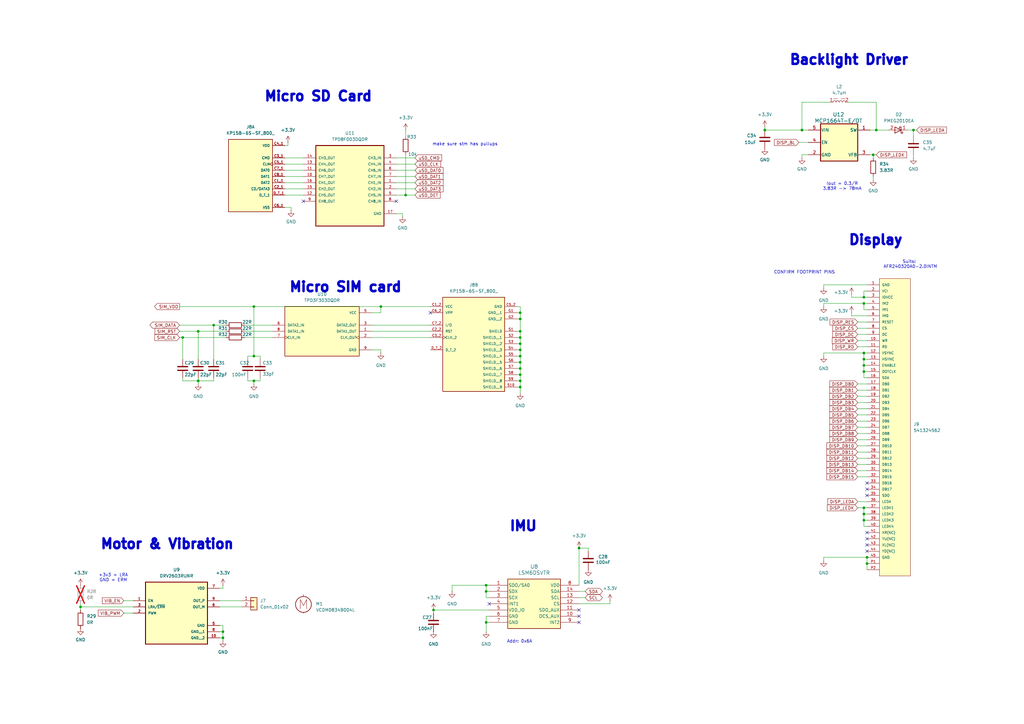
<source format=kicad_sch>
(kicad_sch (version 20250114) (generator "eeschema") (generator_version "9.0")
  (paper "A3")
  (title_block (title "Power System") (company "The University of Queensland"))
  (text "Motor & Vibration\n" (at 68.58 223.266 0) (effects (font (size 4 4) (thickness 1) (bold yes))))
  (text "Display" (at 359.156 98.552 0) (effects (font (size 4 4) (thickness 1) (bold yes))))
  (text "Suits: \nAFR240320A0-2.0INTM" (at 373.38 108.458 0) (effects (font (size 1.27 1.27))))
  (text "IMU\n" (at 214.63 215.9 0) (effects (font (size 4 4) (thickness 1) (bold yes))))
  (text "Backlight Driver\n" (at 348.234 24.638 0) (effects (font (size 4 4) (thickness 1) (bold yes))))
  (text "make sure stm has pullups\n" (at 190.754 59.182 0) (effects (font (size 1.27 1.27))))
  (text "Micro SIM card" (at 141.732 117.856 0) (effects (font (size 4 4) (thickness 1) (bold yes))))
  (text "CONFIRM FOOTPRINT PINS\n" (at 329.946 111.76 0) (effects (font (size 1.27 1.27))))
  (text "Micro SD Card" (at 130.556 39.624 0) (effects (font (size 4 4) (thickness 1) (bold yes))))
  (text "Iout = 0.3/R\n3.83R -> 78mA" (at 345.44 76.454 0) (effects (font (size 1.27 1.27))))
  (text "+3v3 = LRA\nGND = ERM\n" (exclude_from_sim yes) (at 46.482 236.982 0) (effects (font (size 1.27 1.27))))
  (text "Addr: 0x6A\n" (at 213.106 263.144 0) (effects (font (size 1.27 1.27))))
  (junction (at 354.33 144.78))
  (junction (at 199.39 242.57))
  (junction (at 354.33 152.4))
  (junction (at 213.36 135.89))
  (junction (at 199.39 255.27))
  (junction (at 354.33 121.92))
  (junction (at 177.8 250.19))
  (junction (at 354.33 149.86))
  (junction (at 87.63 133.35))
  (junction (at 81.28 156.21))
  (junction (at 213.36 146.05))
  (junction (at 213.36 148.59))
  (junction (at 354.33 208.28))
  (junction (at 374.65 53.34))
  (junction (at 355.6 228.6))
  (junction (at 358.14 63.5))
  (junction (at 213.36 128.27))
  (junction (at 359.41 53.34))
  (junction (at 213.36 140.97))
  (junction (at 81.28 135.89))
  (junction (at 213.36 158.75))
  (junction (at 328.93 53.34))
  (junction (at 354.33 147.32))
  (junction (at 156.21 125.73))
  (junction (at 213.36 143.51))
  (junction (at 199.39 240.03))
  (junction (at 91.44 261.62))
  (junction (at 313.69 53.34))
  (junction (at 354.33 124.46))
  (junction (at 213.36 151.13))
  (junction (at 354.33 210.82))
  (junction (at 74.93 138.43))
  (junction (at 213.36 130.81))
  (junction (at 237.49 224.79))
  (junction (at 213.36 153.67))
  (junction (at 104.14 125.73))
  (junction (at 355.6 231.14))
  (junction (at 354.33 213.36))
  (junction (at 91.44 259.08))
  (junction (at 104.14 156.21))
  (junction (at 213.36 138.43))
  (junction (at 213.36 156.21))
  (junction (at 104.14 146.05))
  (junction (at 33.02 248.92))
  (junction (at 166.37 80.01))
  (no_connect (at 237.49 250.19))
  (no_connect (at 237.49 255.27))
  (no_connect (at 162.56 82.55))
  (no_connect (at 355.6 220.98))
  (no_connect (at 355.6 200.66))
  (no_connect (at 200.66 247.65))
  (no_connect (at 355.6 198.12))
  (no_connect (at 355.6 226.06))
  (no_connect (at 355.6 203.2))
  (no_connect (at 355.6 223.52))
  (no_connect (at 355.6 218.44))
  (no_connect (at 176.53 128.27))
  (no_connect (at 237.49 252.73))
  (no_connect (at 124.46 82.55))
  (wire (pts (xy 358.14 73.66) (xy 358.14 72.39)))
  (wire (pts (xy 354.33 215.9) (xy 354.33 213.36)))
  (wire (pts (xy 354.33 213.36) (xy 354.33 210.82)))
  (wire (pts (xy 104.14 146.05) (xy 101.6 146.05)))
  (wire (pts (xy 185.42 240.03) (xy 199.39 240.03)))
  (wire (pts (xy 355.6 147.32) (xy 354.33 147.32)))
  (wire (pts (xy 212.09 156.21) (xy 213.36 156.21)))
  (wire (pts (xy 73.66 135.89) (xy 81.28 135.89)))
  (wire (pts (xy 116.84 67.31) (xy 124.46 67.31)))
  (wire (pts (xy 213.36 138.43) (xy 213.36 140.97)))
  (wire (pts (xy 237.49 245.11) (xy 240.03 245.11)))
  (wire (pts (xy 351.79 175.26) (xy 355.6 175.26)))
  (wire (pts (xy 162.56 72.39) (xy 170.18 72.39)))
  (wire (pts (xy 106.68 146.05) (xy 104.14 146.05)))
  (wire (pts (xy 351.79 195.58) (xy 355.6 195.58)))
  (wire (pts (xy 374.65 53.34) (xy 372.11 53.34)))
  (wire (pts (xy 99.06 248.92) (xy 90.17 248.92)))
  (wire (pts (xy 212.09 151.13) (xy 213.36 151.13)))
  (wire (pts (xy 212.09 130.81) (xy 213.36 130.81)))
  (wire (pts (xy 351.79 137.16) (xy 355.6 137.16)))
  (wire (pts (xy 81.28 135.89) (xy 81.28 147.32)))
  (wire (pts (xy 351.79 134.62) (xy 355.6 134.62)))
  (wire (pts (xy 355.6 215.9) (xy 354.33 215.9)))
  (wire (pts (xy 91.44 256.54) (xy 91.44 259.08)))
  (wire (pts (xy 213.36 140.97) (xy 213.36 143.51)))
  (wire (pts (xy 358.14 63.5) (xy 359.41 63.5)))
  (wire (pts (xy 199.39 242.57) (xy 199.39 240.03)))
  (wire (pts (xy 337.82 124.46) (xy 337.82 125.73)))
  (wire (pts (xy 374.65 53.34) (xy 374.65 55.88)))
  (wire (pts (xy 90.17 259.08) (xy 91.44 259.08)))
  (wire (pts (xy 213.36 148.59) (xy 213.36 151.13)))
  (wire (pts (xy 355.6 119.38) (xy 354.33 119.38)))
  (wire (pts (xy 90.17 241.3) (xy 91.44 241.3)))
  (wire (pts (xy 355.6 231.14) (xy 355.6 233.68)))
  (wire (pts (xy 213.36 156.21) (xy 213.36 158.75)))
  (wire (pts (xy 50.8 246.38) (xy 54.61 246.38)))
  (wire (pts (xy 337.82 144.78) (xy 337.82 146.05)))
  (wire (pts (xy 355.6 116.84) (xy 337.82 116.84)))
  (wire (pts (xy 116.84 77.47) (xy 124.46 77.47)))
  (wire (pts (xy 359.41 53.34) (xy 364.49 53.34)))
  (wire (pts (xy 212.09 158.75) (xy 213.36 158.75)))
  (wire (pts (xy 33.02 248.92) (xy 33.02 250.19)))
  (wire (pts (xy 354.33 149.86) (xy 354.33 147.32)))
  (wire (pts (xy 200.66 245.11) (xy 199.39 245.11)))
  (wire (pts (xy 349.25 129.54) (xy 349.25 128.27)))
  (wire (pts (xy 74.93 138.43) (xy 74.93 147.32)))
  (wire (pts (xy 87.63 133.35) (xy 92.71 133.35)))
  (wire (pts (xy 91.44 241.3) (xy 91.44 240.03)))
  (wire (pts (xy 213.36 125.73) (xy 213.36 128.27)))
  (wire (pts (xy 156.21 143.51) (xy 152.4 143.51)))
  (wire (pts (xy 354.33 127) (xy 355.6 127)))
  (wire (pts (xy 354.33 210.82) (xy 355.6 210.82)))
  (wire (pts (xy 116.84 72.39) (xy 124.46 72.39)))
  (wire (pts (xy 351.79 187.96) (xy 355.6 187.96)))
  (wire (pts (xy 327.66 58.42) (xy 331.47 58.42)))
  (wire (pts (xy 152.4 135.89) (xy 176.53 135.89)))
  (wire (pts (xy 213.36 130.81) (xy 213.36 135.89)))
  (wire (pts (xy 337.82 228.6) (xy 337.82 229.87)))
  (wire (pts (xy 359.41 41.91) (xy 359.41 53.34)))
  (wire (pts (xy 199.39 255.27) (xy 200.66 255.27)))
  (wire (pts (xy 81.28 157.48) (xy 81.28 156.21)))
  (wire (pts (xy 162.56 64.77) (xy 170.18 64.77)))
  (wire (pts (xy 152.4 133.35) (xy 176.53 133.35)))
  (wire (pts (xy 100.33 133.35) (xy 111.76 133.35)))
  (wire (pts (xy 354.33 154.94) (xy 354.33 152.4)))
  (wire (pts (xy 87.63 154.94) (xy 87.63 156.21)))
  (wire (pts (xy 354.33 119.38) (xy 354.33 121.92)))
  (wire (pts (xy 177.8 250.19) (xy 200.66 250.19)))
  (wire (pts (xy 156.21 144.78) (xy 156.21 143.51)))
  (wire (pts (xy 351.79 170.18) (xy 355.6 170.18)))
  (wire (pts (xy 241.3 224.79) (xy 241.3 226.06)))
  (wire (pts (xy 351.79 139.7) (xy 355.6 139.7)))
  (wire (pts (xy 351.79 160.02) (xy 355.6 160.02)))
  (wire (pts (xy 73.66 133.35) (xy 87.63 133.35)))
  (wire (pts (xy 106.68 156.21) (xy 104.14 156.21)))
  (wire (pts (xy 358.14 64.77) (xy 358.14 63.5)))
  (wire (pts (xy 212.09 135.89) (xy 213.36 135.89)))
  (wire (pts (xy 81.28 156.21) (xy 81.28 154.94)))
  (wire (pts (xy 199.39 259.08) (xy 199.39 255.27)))
  (wire (pts (xy 156.21 125.73) (xy 176.53 125.73)))
  (wire (pts (xy 100.33 135.89) (xy 111.76 135.89)))
  (wire (pts (xy 355.6 213.36) (xy 354.33 213.36)))
  (wire (pts (xy 87.63 133.35) (xy 87.63 147.32)))
  (wire (pts (xy 313.69 53.34) (xy 313.69 52.07)))
  (wire (pts (xy 351.79 132.08) (xy 355.6 132.08)))
  (wire (pts (xy 118.11 58.42) (xy 118.11 59.69)))
  (wire (pts (xy 73.66 125.73) (xy 104.14 125.73)))
  (wire (pts (xy 340.36 41.91) (xy 328.93 41.91)))
  (wire (pts (xy 90.17 256.54) (xy 91.44 256.54)))
  (wire (pts (xy 152.4 128.27) (xy 156.21 128.27)))
  (wire (pts (xy 354.33 144.78) (xy 337.82 144.78)))
  (wire (pts (xy 104.14 125.73) (xy 104.14 146.05)))
  (wire (pts (xy 165.1 87.63) (xy 165.1 88.9)))
  (wire (pts (xy 166.37 53.34) (xy 166.37 55.88)))
  (wire (pts (xy 356.87 53.34) (xy 359.41 53.34)))
  (wire (pts (xy 351.79 193.04) (xy 355.6 193.04)))
  (wire (pts (xy 328.93 53.34) (xy 313.69 53.34)))
  (wire (pts (xy 166.37 63.5) (xy 166.37 80.01)))
  (wire (pts (xy 74.93 156.21) (xy 81.28 156.21)))
  (wire (pts (xy 351.79 142.24) (xy 355.6 142.24)))
  (wire (pts (xy 106.68 147.32) (xy 106.68 146.05)))
  (wire (pts (xy 200.66 242.57) (xy 199.39 242.57)))
  (wire (pts (xy 354.33 121.92) (xy 349.25 121.92)))
  (wire (pts (xy 162.56 77.47) (xy 170.18 77.47)))
  (wire (pts (xy 162.56 74.93) (xy 170.18 74.93)))
  (wire (pts (xy 162.56 69.85) (xy 170.18 69.85)))
  (wire (pts (xy 74.93 138.43) (xy 92.71 138.43)))
  (wire (pts (xy 152.4 138.43) (xy 176.53 138.43)))
  (wire (pts (xy 237.49 224.79) (xy 237.49 240.03)))
  (wire (pts (xy 212.09 125.73) (xy 213.36 125.73)))
  (wire (pts (xy 354.33 124.46) (xy 354.33 127)))
  (wire (pts (xy 74.93 154.94) (xy 74.93 156.21)))
  (wire (pts (xy 328.93 64.77) (xy 328.93 63.5)))
  (wire (pts (xy 351.79 185.42) (xy 355.6 185.42)))
  (wire (pts (xy 213.36 151.13) (xy 213.36 153.67)))
  (wire (pts (xy 351.79 172.72) (xy 355.6 172.72)))
  (wire (pts (xy 118.11 59.69) (xy 116.84 59.69)))
  (wire (pts (xy 351.79 165.1) (xy 355.6 165.1)))
  (wire (pts (xy 213.36 143.51) (xy 213.36 146.05)))
  (wire (pts (xy 162.56 80.01) (xy 166.37 80.01)))
  (wire (pts (xy 104.14 125.73) (xy 156.21 125.73)))
  (wire (pts (xy 99.06 246.38) (xy 90.17 246.38)))
  (wire (pts (xy 212.09 128.27) (xy 213.36 128.27)))
  (wire (pts (xy 200.66 240.03) (xy 199.39 240.03)))
  (wire (pts (xy 347.98 41.91) (xy 359.41 41.91)))
  (wire (pts (xy 199.39 252.73) (xy 199.39 255.27)))
  (wire (pts (xy 328.93 41.91) (xy 328.93 53.34)))
  (wire (pts (xy 354.33 144.78) (xy 354.33 147.32)))
  (wire (pts (xy 355.6 152.4) (xy 354.33 152.4)))
  (wire (pts (xy 104.14 157.48) (xy 104.14 156.21)))
  (wire (pts (xy 374.65 53.34) (xy 375.92 53.34)))
  (wire (pts (xy 73.66 138.43) (xy 74.93 138.43)))
  (wire (pts (xy 213.36 135.89) (xy 213.36 138.43)))
  (wire (pts (xy 91.44 261.62) (xy 90.17 261.62)))
  (wire (pts (xy 213.36 143.51) (xy 212.09 143.51)))
  (wire (pts (xy 337.82 124.46) (xy 354.33 124.46)))
  (wire (pts (xy 237.49 242.57) (xy 240.03 242.57)))
  (wire (pts (xy 213.36 153.67) (xy 213.36 156.21)))
  (wire (pts (xy 200.66 252.73) (xy 199.39 252.73)))
  (wire (pts (xy 351.79 162.56) (xy 355.6 162.56)))
  (wire (pts (xy 91.44 262.89) (xy 91.44 261.62)))
  (wire (pts (xy 355.6 228.6) (xy 337.82 228.6)))
  (wire (pts (xy 212.09 148.59) (xy 213.36 148.59)))
  (wire (pts (xy 212.09 140.97) (xy 213.36 140.97)))
  (wire (pts (xy 212.09 153.67) (xy 213.36 153.67)))
  (wire (pts (xy 237.49 224.79) (xy 241.3 224.79)))
  (wire (pts (xy 250.19 247.65) (xy 250.19 246.38)))
  (wire (pts (xy 50.8 251.46) (xy 54.61 251.46)))
  (wire (pts (xy 351.79 190.5) (xy 355.6 190.5)))
  (wire (pts (xy 106.68 156.21) (xy 106.68 154.94)))
  (wire (pts (xy 33.02 248.92) (xy 54.61 248.92)))
  (wire (pts (xy 351.79 208.28) (xy 354.33 208.28)))
  (wire (pts (xy 351.79 167.64) (xy 355.6 167.64)))
  (wire (pts (xy 213.36 128.27) (xy 213.36 130.81)))
  (wire (pts (xy 162.56 87.63) (xy 165.1 87.63)))
  (wire (pts (xy 177.8 250.19) (xy 177.8 251.46)))
  (wire (pts (xy 354.33 149.86) (xy 355.6 149.86)))
  (wire (pts (xy 237.49 247.65) (xy 250.19 247.65)))
  (wire (pts (xy 91.44 259.08) (xy 91.44 261.62)))
  (wire (pts (xy 212.09 146.05) (xy 213.36 146.05)))
  (wire (pts (xy 116.84 69.85) (xy 124.46 69.85)))
  (wire (pts (xy 354.33 152.4) (xy 354.33 149.86)))
  (wire (pts (xy 213.36 158.75) (xy 213.36 161.29)))
  (wire (pts (xy 331.47 53.34) (xy 328.93 53.34)))
  (wire (pts (xy 81.28 135.89) (xy 92.71 135.89)))
  (wire (pts (xy 166.37 80.01) (xy 170.18 80.01)))
  (wire (pts (xy 328.93 63.5) (xy 331.47 63.5)))
  (wire (pts (xy 212.09 138.43) (xy 213.36 138.43)))
  (wire (pts (xy 351.79 182.88) (xy 355.6 182.88)))
  (wire (pts (xy 199.39 245.11) (xy 199.39 242.57)))
  (wire (pts (xy 355.6 154.94) (xy 354.33 154.94)))
  (wire (pts (xy 116.84 64.77) (xy 124.46 64.77)))
  (wire (pts (xy 116.84 85.09) (xy 119.38 85.09)))
  (wire (pts (xy 101.6 154.94) (xy 101.6 156.21)))
  (wire (pts (xy 355.6 228.6) (xy 355.6 231.14)))
  (wire (pts (xy 104.14 156.21) (xy 101.6 156.21)))
  (wire (pts (xy 213.36 146.05) (xy 213.36 148.59)))
  (wire (pts (xy 100.33 138.43) (xy 111.76 138.43)))
  (wire (pts (xy 351.79 180.34) (xy 355.6 180.34)))
  (wire (pts (xy 33.02 247.65) (xy 33.02 248.92)))
  (wire (pts (xy 355.6 124.46) (xy 354.33 124.46)))
  (wire (pts (xy 355.6 129.54) (xy 349.25 129.54)))
  (wire (pts (xy 87.63 156.21) (xy 81.28 156.21)))
  (wire (pts (xy 351.79 177.8) (xy 355.6 177.8)))
  (wire (pts (xy 355.6 121.92) (xy 354.33 121.92)))
  (wire (pts (xy 356.87 63.5) (xy 358.14 63.5)))
  (wire (pts (xy 119.38 85.09) (xy 119.38 86.36)))
  (wire (pts (xy 355.6 144.78) (xy 354.33 144.78)))
  (wire (pts (xy 162.56 67.31) (xy 170.18 67.31)))
  (wire (pts (xy 374.65 64.77) (xy 374.65 63.5)))
  (wire (pts (xy 116.84 80.01) (xy 124.46 80.01)))
  (wire (pts (xy 355.6 208.28) (xy 354.33 208.28)))
  (wire (pts (xy 351.79 157.48) (xy 355.6 157.48)))
  (wire (pts (xy 101.6 146.05) (xy 101.6 147.32)))
  (wire (pts (xy 156.21 128.27) (xy 156.21 125.73)))
  (wire (pts (xy 354.33 208.28) (xy 354.33 210.82)))
  (wire (pts (xy 185.42 240.03) (xy 185.42 242.57)))
  (wire (pts (xy 116.84 74.93) (xy 124.46 74.93)))
  (wire (pts (xy 349.25 120.65) (xy 349.25 121.92)))
  (wire (pts (xy 337.82 116.84) (xy 337.82 118.11)))
  (wire (pts (xy 351.79 205.74) (xy 355.6 205.74)))
  (global_label "DISP_DB13" (shape input) (at 351.79 190.5 180) (property "Intersheetrefs" "${INTERSHEET_REFS}" (effects (hide yes))))
  (global_label "DISP_DB7" (shape input) (at 351.79 175.26 180) (property "Intersheetrefs" "${INTERSHEET_REFS}" (effects (hide yes))))
  (global_label "uSD_DAT3" (shape input) (at 170.18 77.47 0) (property "Intersheetrefs" "${INTERSHEET_REFS}" (effects (hide yes))))
  (global_label "VIB_PWM" (shape input) (at 50.8 251.46 180) (property "Intersheetrefs" "${INTERSHEET_REFS}" (effects (hide yes))))
  (global_label "uSD_DAT2" (shape input) (at 170.18 74.93 0) (property "Intersheetrefs" "${INTERSHEET_REFS}" (effects (hide yes))))
  (global_label "DISP_DB11" (shape input) (at 351.79 185.42 180) (property "Intersheetrefs" "${INTERSHEET_REFS}" (effects (hide yes))))
  (global_label "DISP_DB6" (shape input) (at 351.79 172.72 180) (property "Intersheetrefs" "${INTERSHEET_REFS}" (effects (hide yes))))
  (global_label "SIM_RST" (shape input) (at 73.66 135.89 180) (property "Intersheetrefs" "${INTERSHEET_REFS}" (effects (hide yes))))
  (global_label "DISP_DB1" (shape input) (at 351.79 160.02 180) (property "Intersheetrefs" "${INTERSHEET_REFS}" (effects (hide yes))))
  (global_label "uSD_DAT0" (shape input) (at 170.18 69.85 0) (property "Intersheetrefs" "${INTERSHEET_REFS}" (effects (hide yes))))
  (global_label "DISP_LEDK" (shape input) (at 359.41 63.5 0) (property "Intersheetrefs" "${INTERSHEET_REFS}" (effects (hide yes))))
  (global_label "SIM_DATA" (shape bidirectional) (at 73.66 133.35 180) (property "Intersheetrefs" "${INTERSHEET_REFS}" (effects (hide yes))))
  (global_label "DISP_DC" (shape input) (at 351.79 137.16 180) (property "Intersheetrefs" "${INTERSHEET_REFS}" (effects (hide yes))))
  (global_label "DISP_RES" (shape input) (at 351.79 132.08 180) (property "Intersheetrefs" "${INTERSHEET_REFS}" (effects (hide yes))))
  (global_label "DISP_LEDK" (shape input) (at 351.79 208.28 180) (property "Intersheetrefs" "${INTERSHEET_REFS}" (effects (hide yes))))
  (global_label "DISP_DB15" (shape input) (at 351.79 195.58 180) (property "Intersheetrefs" "${INTERSHEET_REFS}" (effects (hide yes))))
  (global_label "DISP_DB10" (shape input) (at 351.79 182.88 180) (property "Intersheetrefs" "${INTERSHEET_REFS}" (effects (hide yes))))
  (global_label "DISP_DB4" (shape input) (at 351.79 167.64 180) (property "Intersheetrefs" "${INTERSHEET_REFS}" (effects (hide yes))))
  (global_label "DISP_DB0" (shape input) (at 351.79 157.48 180) (property "Intersheetrefs" "${INTERSHEET_REFS}" (effects (hide yes))))
  (global_label "DISP_BL" (shape input) (at 327.66 58.42 180) (property "Intersheetrefs" "${INTERSHEET_REFS}" (effects (hide yes))))
  (global_label "uSD_CLK" (shape input) (at 170.18 67.31 0) (property "Intersheetrefs" "${INTERSHEET_REFS}" (effects (hide yes))))
  (global_label "VIB_EN" (shape input) (at 50.8 246.38 180) (property "Intersheetrefs" "${INTERSHEET_REFS}" (effects (hide yes))))
  (global_label "SIM_VDD" (shape output) (at 73.66 125.73 180) (property "Intersheetrefs" "${INTERSHEET_REFS}" (effects (hide yes))))
  (global_label "SIM_CLK" (shape input) (at 73.66 138.43 180) (property "Intersheetrefs" "${INTERSHEET_REFS}" (effects (hide yes))))
  (global_label "uSD_CMD" (shape input) (at 170.18 64.77 0) (property "Intersheetrefs" "${INTERSHEET_REFS}" (effects (hide yes))))
  (global_label "DISP_WR" (shape input) (at 351.79 139.7 180) (property "Intersheetrefs" "${INTERSHEET_REFS}" (effects (hide yes))))
  (global_label "DISP_DB12" (shape input) (at 351.79 187.96 180) (property "Intersheetrefs" "${INTERSHEET_REFS}" (effects (hide yes))))
  (global_label "DISP_LEDA" (shape input) (at 351.79 205.74 180) (property "Intersheetrefs" "${INTERSHEET_REFS}" (effects (hide yes))))
  (global_label "DISP_LEDA" (shape input) (at 375.92 53.34 0) (property "Intersheetrefs" "${INTERSHEET_REFS}" (effects (hide yes))))
  (global_label "uSD_DET" (shape input) (at 170.18 80.01 0) (property "Intersheetrefs" "${INTERSHEET_REFS}" (effects (hide yes))))
  (global_label "DISP_DB2" (shape input) (at 351.79 162.56 180) (property "Intersheetrefs" "${INTERSHEET_REFS}" (effects (hide yes))))
  (global_label "SDA" (shape bidirectional) (at 240.03 242.57 0) (property "Intersheetrefs" "${INTERSHEET_REFS}" (effects (hide yes))))
  (global_label "DISP_DB3" (shape input) (at 351.79 165.1 180) (property "Intersheetrefs" "${INTERSHEET_REFS}" (effects (hide yes))))
  (global_label "DISP_CS" (shape input) (at 351.79 134.62 180) (property "Intersheetrefs" "${INTERSHEET_REFS}" (effects (hide yes))))
  (global_label "SCL" (shape bidirectional) (at 240.03 245.11 0) (property "Intersheetrefs" "${INTERSHEET_REFS}" (effects (hide yes))))
  (global_label "DISP_DB8" (shape input) (at 351.79 177.8 180) (property "Intersheetrefs" "${INTERSHEET_REFS}" (effects (hide yes))))
  (global_label "DISP_RD" (shape input) (at 351.79 142.24 180) (property "Intersheetrefs" "${INTERSHEET_REFS}" (effects (hide yes))))
  (global_label "DISP_DB9" (shape input) (at 351.79 180.34 180) (property "Intersheetrefs" "${INTERSHEET_REFS}" (effects (hide yes))))
  (global_label "DISP_DB5" (shape input) (at 351.79 170.18 180) (property "Intersheetrefs" "${INTERSHEET_REFS}" (effects (hide yes))))
  (global_label "DISP_DB14" (shape input) (at 351.79 193.04 180) (property "Intersheetrefs" "${INTERSHEET_REFS}" (effects (hide yes))))
  (global_label "uSD_DAT1" (shape input) (at 170.18 72.39 0) (property "Intersheetrefs" "${INTERSHEET_REFS}" (effects (hide yes))))
  (symbol (lib_id "power:GND") (at 177.8 259.08 0) (unit 1)
    (property "Reference" "#PWR072" (effects (hide yes)))
    (property "Value" "GND" (at 177.8 264.16 0))
    (property "Description" "Power symbol creates a global label with name \"GND\" , ground" (effects (hide yes)))
  )
  (symbol (lib_id "power:GND") (at 119.38 86.36 0) (unit 1)
    (property "Reference" "#PWR083" (effects (hide yes)))
    (property "Value" "GND" (at 119.38 90.932 0))
    (property "Description" "Power symbol creates a global label with name \"GND\" , ground" (effects (hide yes)))
  )
  (symbol (lib_id "power:GND") (at 33.02 257.81 0) (unit 1)
    (property "Reference" "#PWR070" (effects (hide yes)))
    (property "Value" "GND" (at 33.02 262.382 0))
    (property "Description" "Power symbol creates a global label with name \"GND\" , ground" (effects (hide yes)))
  )
  (symbol (lib_id "Misc:VCDM0834B004L") (at 124.46 247.65 0) (unit 1)
    (property "Reference" "M1" (at 129.54 247.6499 0) (effects (justify left)))
    (property "Value" "VCDM0834B004L" (at 129.54 250.1899 0) (effects (justify left)))
    (property "Footprint" "custom_footprints:Motor_8mm" (effects (hide yes)))
  )
  (symbol (lib_id "Capacitors:Capacitor_10uF") (at 313.69 57.15 0) (unit 1)
    (property "Reference" "C34" (at 306.324 55.626 0) (effects (justify left)))
    (property "Value" "10uF" (at 305.308 58.42 0) (effects (justify left)))
    (property "Footprint" "Capacitor_SMD:C_0603_1608Metric" (effects (hide yes)))
    (property "Description" "CAP CER 10UF 6.3V X5R 0603" (effects (hide yes)))
  )
  (symbol (lib_id "Capacitors:Capacitor_33pF") (at 106.68 151.13 0) (unit 1)
    (property "Reference" "C33" (at 107.696 148.844 0) (effects (justify left)))
    (property "Value" "33pF" (at 107.696 153.416 0) (effects (justify left)))
    (property "Footprint" "Capacitor_SMD:C_0402_1005Metric" (effects (hide yes)))
    (property "Description" "CAP CER 33PF 16V X7R 0402" (effects (hide yes)))
  )
  (symbol (lib_id "power:+3.3V") (at 250.19 246.38 0) (unit 1)
    (property "Reference" "#PWR079" (effects (hide yes)))
    (property "Value" "+3.3V" (at 250.19 241.3 0))
    (property "Description" "Power symbol creates a global label with name \"+3.3V\"" (effects (hide yes)))
  )
  (symbol (lib_id "LSM6DSVTR:LSM6DSVTR") (at 200.66 240.03 0) (unit 1)
    (property "Reference" "U8" (at 219.075 232.41 0) (effects (font (size 1.524 1.524))))
    (property "Value" "LSM6DSVTR" (at 219.075 234.95 0) (effects (font (size 1.524 1.524))))
    (property "Footprint" "LSM6DSVTR:LGA14-L_2P59X3P1X0P5_STM" (effects (hide yes)))
    (property "Datasheet" "LSM6DSVTR" (effects (hide yes)))
  )
  (symbol (lib_id "KP15B-6S-SF_800_:KP15B-6S-SF_800_") (at 102.87 67.31 0) (unit 1)
    (property "Reference" "J8" (at 102.743 52.07 0))
    (property "Value" "KP15B-6S-SF_800_" (at 102.743 54.61 0))
    (property "Footprint" "KP15B-6S-SF_800_:HIROSE_KP15B-6S-SF_800_" (effects (hide yes)))
    (property "DigiKey_Part_Number" "26-KP15B-6S-SF(800)TR-ND" (effects (hide yes)))
    (property "SnapEDA_Link" "https://www.snapeda.com/parts/KP15B-6S-SF(800)/Hirose/view-part/?ref=snap" (effects (hide yes)))
    (property "MAXIMUM_PACKAGE_HEIGHT" "2.1 mm" (effects (hide yes)))
    (property "Package" "None" (effects (hide yes)))
    (property "Check_prices" "https://www.snapeda.com/parts/KP15B-6S-SF(800)/Hirose/view-part/?ref=eda" (effects (hide yes)))
    (property "STANDARD" "Manufacturer Recommendations" (effects (hide yes)))
    (property "PARTREV" "19.09.11" (effects (hide yes)))
    (property "MF" "Hirose" (effects (hide yes)))
    (property "MP" "KP15B-6S-SF(800)" (effects (hide yes)))
    (property "Description_1" "\n                        \n                            18 (16 + 2) Position Card Connector Combo - microSD™, NANO SIM Surface Mount, Right Angle Gold\n                        \n" (effects (hide yes)))
    (property "MANUFACTURER" "Hirose" (effects (hide yes)))
    (property "SNAPEDA_PN" "KP15B-6S-SF(800)" (effects (hide yes)))
  )
  (symbol (lib_id "power:GND") (at 156.21 144.78 0) (unit 1)
    (property "Reference" "#PWR084" (effects (hide yes)))
    (property "Value" "GND" (at 156.21 149.86 0))
    (property "Description" "Power symbol creates a global label with name \"GND\" , ground" (effects (hide yes)))
  )
  (symbol (lib_id "Resistors:Resistor_0R") (at 33.02 243.84 0) (unit 1) (dnp yes)
    (property "Reference" "R28" (at 35.56 242.5699 0) (effects (justify left)))
    (property "Value" "0R" (at 35.56 245.1099 0) (effects (justify left)))
    (property "Footprint" "Resistor_SMD:R_0603_1608Metric" (effects (hide yes)))
  )
  (symbol (lib_id "power:GND") (at 104.14 157.48 0) (unit 1)
    (property "Reference" "#PWR081" (effects (hide yes)))
    (property "Value" "GND" (at 104.14 162.56 0))
    (property "Description" "Power symbol creates a global label with name \"GND\" , ground" (effects (hide yes)))
  )
  (symbol (lib_id "power:+3.3V") (at 33.02 240.03 0) (unit 1)
    (property "Reference" "#PWR069" (effects (hide yes)))
    (property "Value" "+3.3V" (at 33.02 234.95 0))
    (property "Description" "Power symbol creates a global label with name \"+3.3V\"" (effects (hide yes)))
  )
  (symbol (lib_id "DRV2603RUNR:DRV2603RUNR") (at 72.39 248.92 0) (unit 1)
    (property "Reference" "U9" (at 72.39 233.68 0))
    (property "Value" "DRV2603RUNR" (at 72.39 236.22 0))
    (property "Footprint" "DRV2603RUNR:QFN50P200X200X80-10N" (effects (hide yes)))
    (property "DigiKey_Part_Number" "296-30613-2-ND" (effects (hide yes)))
    (property "MF" "Texas Instruments" (effects (hide yes)))
    (property "DESCRIPTION" "IC LRA/ERM HAPTIC DRIVER 10QFN" (effects (hide yes)))
    (property "PACKAGE" "QFN-10 Texas Instruments" (effects (hide yes)))
    (property "PRICE" "1.02 USD" (effects (hide yes)))
    (property "Package" "WQFN-10 Texas Instruments" (effects (hide yes)))
    (property "Check_prices" "https://www.snapeda.com/parts/DRV2603RUNR/Texas+Instruments/view-part/?ref=eda" (effects (hide yes)))
    (property "STANDARD" "IPC-7351B" (effects (hide yes)))
    (property "PARTREV" "C" (effects (hide yes)))
    (property "SnapEDA_Link" "https://www.snapeda.com/parts/DRV2603RUNR/Texas+Instruments/view-part/?ref=snap" (effects (hide yes)))
    (property "MP" "DRV2603RUNR" (effects (hide yes)))
    (property "AVAILABILITY" "Good" (effects (hide yes)))
    (property "Description_1" "\n                        \n                            Haptic driver for ERM/LRA with auto-resonance tracking in QFN package\n                        \n" (effects (hide yes)))
  )
  (symbol (lib_id "Misc:PMEG2010EA") (at 368.3 53.34 180) (unit 1)
    (property "Reference" "D2" (at 368.6175 46.99 0))
    (property "Value" "PMEG2010EA" (at 368.6175 49.53 0))
    (property "Footprint" "Diode_SMD:D_SOD-323" (effects (hide yes)))
    (property "Description" "DIODE SCHOTTKY 20V 1A SOD323" (effects (hide yes)))
  )
  (symbol (lib_name "Resistor_22R_1") (lib_id "Resistors:Resistor_22R") (at 96.52 133.35 90) (unit 1)
    (property "Reference" "R30" (at 91.44 132.08 90))
    (property "Value" "22R" (at 101.346 132.08 90))
    (property "Footprint" "Resistor_SMD:R_0402_1005Metric" (effects (hide yes)))
    (property "Description" "RES SMD 22 OHM 1% 1/10W 0402" (effects (hide yes)))
  )
  (symbol (lib_id "Capacitors:capacitor_100nF") (at 177.8 255.27 0) (unit 1)
    (property "Reference" "C27" (at 173.228 253.238 0) (effects (justify left)))
    (property "Value" "100nF" (at 171.45 257.81 0) (effects (justify left)))
    (property "Footprint" "Capacitor_SMD:C_0402_1005Metric" (effects (hide yes)))
    (property "Description" "0.1 µF ±10% 10V Ceramic Capacitor X7R 0402 (1005 Metric)" (effects (hide yes)))
  )
  (symbol (lib_id "Capacitors:Capacitor_4.7uF") (at 374.65 59.69 0) (unit 1)
    (property "Reference" "C35" (at 378.46 58.4199 0) (effects (justify left)))
    (property "Value" "4.7uF" (at 378.46 60.9599 0) (effects (justify left)))
    (property "Footprint" "Capacitor_SMD:C_0402_1005Metric" (effects (hide yes)))
    (property "Description" "4.7 µF ±10% 6.3V Ceramic Capacitor X5R 0402 (1005 Metric)" (effects (hide yes)))
  )
  (symbol (lib_id "Connector_Generic:Conn_01x02") (at 104.14 246.38 0) (unit 1)
    (property "Reference" "J7" (at 106.68 246.3799 0) (effects (justify left)))
    (property "Value" "Conn_01x02" (at 106.68 248.9199 0) (effects (justify left)))
    (property "Footprint" "Connector_Wire:SolderWire-0.1sqmm_1x02_P3.6mm_D0.4mm_OD1mm" (effects (hide yes)))
    (property "Description" "Generic connector, single row, 01x02, script generated (kicad-library-utils/schlib/autogen/connector/)" (effects (hide yes)))
  )
  (symbol (lib_id "2025-04-08_10-28-15:MCP1664T-E_OT") (at 328.93 55.88 0) (unit 1)
    (property "Reference" "U12" (at 343.916 46.99 0) (effects (font (size 1.524 1.524))))
    (property "Value" "MCP1664T-E/OT" (at 343.916 49.53 0) (effects (font (size 1.524 1.524))))
    (property "Footprint" "MCP1664T_E_OT:SOT-23-5_OT_MCH" (effects (hide yes)))
    (property "Datasheet" "MCP1664T-E/OT" (effects (hide yes)))
  )
  (symbol (lib_id "Capacitors:Capacitor_22pF") (at 87.63 151.13 0) (unit 1)
    (property "Reference" "C31" (at 88.392 148.844 0) (effects (justify left)))
    (property "Value" "22pF" (at 88.392 153.67 0) (effects (justify left)))
    (property "Footprint" "Capacitor_SMD:C_0402_1005Metric" (effects (hide yes)))
    (property "Description" "CAP CER 22PF 16V X7R 0402" (effects (hide yes)))
  )
  (symbol (lib_id "WE-MAPI_3015:WE-MAPI_3015") (at 344.17 41.91 0) (unit 1)
    (property "Reference" "L2" (at 344.17 35.56 0))
    (property "Value" "4.7uH" (at 344.17 38.1 0))
    (property "Footprint" "WE-MAPI_3015:WE-MAPI_3015" (effects (hide yes)))
    (property "DigiKey_Part_Number" "732-4866-2-ND" (effects (hide yes)))
    (property "SnapEDA_Link" "https://www.snapeda.com/parts/74438335047/W%25C3%25BCrth+Elektronik+Midcom/view-part/?ref=snap" (effects (hide yes)))
    (property "Description_1" "\n                        \n                            Inductor SMD WE-MAPI Metal Alloy | Wurth Electronics 74438335047\n                        \n" (effects (hide yes)))
    (property "MF" "Würth Elektronik" (effects (hide yes)))
    (property "Package" "1212 Würth Elektronik" (effects (hide yes)))
    (property "Check_prices" "https://www.snapeda.com/parts/74438335047/W%25C3%25BCrth+Elektronik+Midcom/view-part/?ref=eda" (effects (hide yes)))
    (property "MP" "74438335047" (effects (hide yes)))
  )
  (symbol (lib_id "Capacitors:capacitor_100nF") (at 241.3 229.87 0) (unit 1)
    (property "Reference" "C28" (at 245.364 228.346 0) (effects (justify left)))
    (property "Value" "100nF" (at 244.348 230.632 0) (effects (justify left)))
    (property "Footprint" "Capacitor_SMD:C_0402_1005Metric" (effects (hide yes)))
    (property "Description" "0.1 µF ±10% 10V Ceramic Capacitor X7R 0402 (1005 Metric)" (effects (hide yes)))
  )
  (symbol (lib_id "KP15B-6S-SF_800_:KP15B-6S-SF_800_") (at 194.31 134.62 0) (unit 2)
    (property "Reference" "J8" (at 194.31 116.84 0))
    (property "Value" "KP15B-6S-SF_800_" (at 194.31 119.38 0))
    (property "Footprint" "KP15B-6S-SF_800_:HIROSE_KP15B-6S-SF_800_" (effects (hide yes)))
    (property "DigiKey_Part_Number" "26-KP15B-6S-SF(800)TR-ND" (effects (hide yes)))
    (property "SnapEDA_Link" "https://www.snapeda.com/parts/KP15B-6S-SF(800)/Hirose/view-part/?ref=snap" (effects (hide yes)))
    (property "MAXIMUM_PACKAGE_HEIGHT" "2.1 mm" (effects (hide yes)))
    (property "Package" "None" (effects (hide yes)))
    (property "Check_prices" "https://www.snapeda.com/parts/KP15B-6S-SF(800)/Hirose/view-part/?ref=eda" (effects (hide yes)))
    (property "STANDARD" "Manufacturer Recommendations" (effects (hide yes)))
    (property "PARTREV" "19.09.11" (effects (hide yes)))
    (property "MF" "Hirose" (effects (hide yes)))
    (property "MP" "KP15B-6S-SF(800)" (effects (hide yes)))
    (property "Description_1" "\n                        \n                            18 (16 + 2) Position Card Connector Combo - microSD™, NANO SIM Surface Mount, Right Angle Gold\n                        \n" (effects (hide yes)))
    (property "MANUFACTURER" "Hirose" (effects (hide yes)))
    (property "SNAPEDA_PN" "KP15B-6S-SF(800)" (effects (hide yes)))
  )
  (symbol (lib_id "541324562:541324562") (at 355.6 116.84 0) (unit 1)
    (property "Reference" "J9" (at 374.65 173.9899 0) (effects (justify left)))
    (property "Value" "541324562" (at 374.65 176.5299 0) (effects (justify left)))
    (property "Footprint" "541324562:CON_541324562_MOL" (effects (hide yes)))
    (property "DigiKey_Part_Number" "WM8850TR-ND" (effects (hide yes)))
    (property "SnapEDA_Link" "https://www.snapeda.com/parts/0541324562/Molex/view-part/?ref=snap" (effects (hide yes)))
    (property "Description_1" "\n                        \n                            0.50mm Pitch Easy-On™ Type FFC/FPC Connector, Right Angle, Surface Mount, ZIF, Bottom Contact Style, 45 Circuits, 0.1µm Gold (Au) Contact Plating\n                        \n" (effects (hide yes)))
    (property "Package" "None" (effects (hide yes)))
    (property "Check_prices" "https://www.snapeda.com/parts/0541324562/Molex/view-part/?ref=eda" (effects (hide yes)))
    (property "MF" "Molex" (effects (hide yes)))
    (property "MP" "0541324562" (effects (hide yes)))
    (property "MFR_NAME" "Molex Connector Corporation" (effects (hide yes)))
    (property "MANUFACTURER_PART_NUMBER" "541324562" (effects (hide yes)))
  )
  (symbol (lib_id "Capacitors:capacitor_100nF") (at 101.6 151.13 0) (unit 1)
    (property "Reference" "C32" (at 98.298 148.844 0) (effects (justify left)))
    (property "Value" "100nF" (at 94.996 153.67 0) (effects (justify left)))
    (property "Footprint" "Capacitor_SMD:C_0402_1005Metric" (effects (hide yes)))
    (property "Description" "0.1 µF ±10% 10V Ceramic Capacitor X7R 0402 (1005 Metric)" (effects (hide yes)))
  )
  (symbol (lib_id "power:GND") (at 337.82 229.87 0) (unit 1)
    (property "Reference" "#PWR094" (effects (hide yes)))
    (property "Value" "GND" (at 337.82 234.95 0))
    (property "Description" "Power symbol creates a global label with name \"GND\" , ground" (effects (hide yes)))
  )
  (symbol (lib_id "power:+3.3V") (at 91.44 240.03 0) (unit 1)
    (property "Reference" "#PWR075" (effects (hide yes)))
    (property "Value" "+3.3V" (at 91.44 234.95 0))
    (property "Description" "Power symbol creates a global label with name \"+3.3V\"" (effects (hide yes)))
  )
  (symbol (lib_id "power:GND") (at 199.39 259.08 0) (unit 1)
    (property "Reference" "#PWR074" (effects (hide yes)))
    (property "Value" "GND" (at 199.39 264.16 0))
    (property "Description" "Power symbol creates a global label with name \"GND\" , ground" (effects (hide yes)))
  )
  (symbol (lib_id "power:GND") (at 337.82 118.11 0) (unit 1)
    (property "Reference" "#PWR091" (effects (hide yes)))
    (property "Value" "GND" (at 337.82 123.19 0))
    (property "Description" "Power symbol creates a global label with name \"GND\" , ground" (effects (hide yes)))
  )
  (symbol (lib_id "power:GND") (at 241.3 233.68 0) (unit 1)
    (property "Reference" "#PWR078" (effects (hide yes)))
    (property "Value" "GND" (at 241.3 238.76 0))
    (property "Description" "Power symbol creates a global label with name \"GND\" , ground" (effects (hide yes)))
  )
  (symbol (lib_id "power:GND") (at 328.93 64.77 0) (unit 1)
    (property "Reference" "#PWR090" (effects (hide yes)))
    (property "Value" "GND" (at 328.93 69.342 0))
    (property "Description" "Power symbol creates a global label with name \"GND\" , ground" (effects (hide yes)))
  )
  (symbol (lib_id "power:GND") (at 213.36 161.29 0) (mirror y) (unit 1)
    (property "Reference" "#PWR087" (effects (hide yes)))
    (property "Value" "GND" (at 213.36 166.37 0))
    (property "Description" "Power symbol creates a global label with name \"GND\" , ground" (effects (hide yes)))
  )
  (symbol (lib_id "power:GND") (at 374.65 64.77 0) (unit 1)
    (property "Reference" "#PWR098" (effects (hide yes)))
    (property "Value" "GND" (at 374.65 69.342 0))
    (property "Description" "Power symbol creates a global label with name \"GND\" , ground" (effects (hide yes)))
  )
  (symbol (lib_id "power:+3.3V") (at 166.37 53.34 0) (unit 1)
    (property "Reference" "#PWR086" (effects (hide yes)))
    (property "Value" "+3.3V" (at 166.37 48.26 0))
    (property "Description" "Power symbol creates a global label with name \"+3.3V\"" (effects (hide yes)))
  )
  (symbol (lib_id "power:+3.3V") (at 118.11 58.42 0) (unit 1)
    (property "Reference" "#PWR082" (effects (hide yes)))
    (property "Value" "+3.3V" (at 118.11 53.34 0))
    (property "Description" "Power symbol creates a global label with name \"+3.3V\"" (effects (hide yes)))
  )
  (symbol (lib_id "power:+3.3V") (at 349.25 120.65 0) (unit 1)
    (property "Reference" "#PWR095" (effects (hide yes)))
    (property "Value" "+3.3V" (at 344.932 119.888 0))
    (property "Description" "Power symbol creates a global label with name \"+3.3V\"" (effects (hide yes)))
  )
  (symbol (lib_id "TPD8F003DQDR:TPD8F003DQDR") (at 143.51 72.39 0) (mirror y) (unit 1)
    (property "Reference" "U11" (at 143.51 54.61 0))
    (property "Value" "TPD8F003DQDR" (at 143.51 57.15 0))
    (property "Footprint" "TPD8F003DQDR:SON40P135X330X80-17N" (effects (hide yes)))
    (property "DigiKey_Part_Number" "296-25803-2-ND" (effects (hide yes)))
    (property "SnapEDA_Link" "https://www.snapeda.com/parts/TPD8F003DQDR/Texas+Instruments/view-part/?ref=snap" (effects (hide yes)))
    (property "Description_1" "\n                        \n                            8-channel EMI filter for display interface\n                        \n" (effects (hide yes)))
    (property "PACKAGE" "SON-16" (effects (hide yes)))
    (property "MPN" "TPD8F003DQDR" (effects (hide yes)))
    (property "Package" "WSON-16 Texas Instruments" (effects (hide yes)))
    (property "OC_FARNELL" "1863884" (effects (hide yes)))
    (property "MF" "Texas Instruments" (effects (hide yes)))
    (property "MP" "TPD8F003DQDR" (effects (hide yes)))
    (property "SUPPLIER" "Texas Instruments" (effects (hide yes)))
    (property "OC_NEWARK" "69R4548" (effects (hide yes)))
    (property "Check_prices" "https://www.snapeda.com/parts/TPD8F003DQDR/Texas+Instruments/view-part/?ref=eda" (effects (hide yes)))
  )
  (symbol (lib_id "power:+3.3V") (at 349.25 128.27 0) (unit 1)
    (property "Reference" "#PWR096" (effects (hide yes)))
    (property "Value" "+3.3V" (at 344.932 127.508 0))
    (property "Description" "Power symbol creates a global label with name \"+3.3V\"" (effects (hide yes)))
  )
  (symbol (lib_id "power:GND") (at 337.82 125.73 0) (unit 1)
    (property "Reference" "#PWR092" (effects (hide yes)))
    (property "Value" "GND" (at 337.82 130.81 0))
    (property "Description" "Power symbol creates a global label with name \"GND\" , ground" (effects (hide yes)))
  )
  (symbol (lib_id "TPD3F303DQDR:TPD3F303DQDR") (at 132.08 135.89 0) (unit 1)
    (property "Reference" "U10" (at 132.08 120.65 0))
    (property "Value" "TPD3F303DQDR" (at 132.08 123.19 0))
    (property "Footprint" "TPD3F303DQDR:SON40P170X135X80-9N" (effects (hide yes)))
    (property "B_NOM" "0.2" (effects (hide yes)))
    (property "D_MAX" "1.8" (effects (hide yes)))
    (property "A_MAX" "0.8" (effects (hide yes)))
    (property "B_MIN" "0.15" (effects (hide yes)))
    (property "Check_prices" "https://www.snapeda.com/parts/TPD3F303DQDR/Texas+Instruments/view-part/?ref=eda" (effects (hide yes)))
    (property "DigiKey_Part_Number" "296-28300-2-ND" (effects (hide yes)))
    (property "B_MAX" "0.25" (effects (hide yes)))
    (property "Description_1" "\n                        \n                            3 channel 5.5-V, ±15kV ESD protection & EMI filter with 300-MHz -3-dB for sim card\n                        \n" (effects (hide yes)))
    (property "ENOM" "0.4" (effects (hide yes)))
    (property "D_NOM" "1.7" (effects (hide yes)))
    (property "L_MAX" "0.325" (effects (hide yes)))
    (property "Package" "WSON-8 Texas Instruments" (effects (hide yes)))
    (property "E2_NOM" "0.4" (effects (hide yes)))
    (property "D2_NOM" "1.2" (effects (hide yes)))
    (property "PARTREV" "A" (effects (hide yes)))
    (property "MF" "Texas Instruments" (effects (hide yes)))
    (property "E_NOM" "1.35" (effects (hide yes)))
    (property "STANDARD" "IPC 7351B" (effects (hide yes)))
    (property "PIN_COUNT" "8.0" (effects (hide yes)))
    (property "L_NOM" "0.25" (effects (hide yes)))
    (property "MANUFACTURER" "Texas Instruments" (effects (hide yes)))
    (property "SnapEDA_Link" "https://www.snapeda.com/parts/TPD3F303DQDR/Texas+Instruments/view-part/?ref=snap" (effects (hide yes)))
    (property "MAXIMUM_PACKAGE_HEIGHT" "0.8mm" (effects (hide yes)))
    (property "E_MIN" "1.25" (effects (hide yes)))
    (property "D_MIN" "1.6" (effects (hide yes)))
    (property "MP" "TPD3F303DQDR" (effects (hide yes)))
    (property "L_MIN" "0.125" (effects (hide yes)))
    (property "E_MAX" "1.45" (effects (hide yes)))
  )
  (symbol (lib_id "power:GND") (at 313.69 60.96 0) (unit 1)
    (property "Reference" "#PWR089" (effects (hide yes)))
    (property "Value" "GND" (at 313.69 65.532 0))
    (property "Description" "Power symbol creates a global label with name \"GND\" , ground" (effects (hide yes)))
  )
  (symbol (lib_id "Resistors:Resistor_10k") (at 166.37 59.69 0) (unit 1)
    (property "Reference" "R33" (at 166.878 56.134 0) (effects (justify left)))
    (property "Value" "10k" (at 167.386 63.246 0) (effects (justify left)))
    (property "Footprint" "Resistor_SMD:R_0402_1005Metric" (effects (hide yes)))
    (property "Description" "RES SMD 10K OHM 1% 1/10W 0402" (effects (hide yes)))
  )
  (symbol (lib_id "Resistors:Resistor_3.83R") (at 358.14 68.58 0) (unit 1)
    (property "Reference" "R34" (at 360.68 67.3099 0) (effects (justify left)))
    (property "Value" "3.83R" (at 360.68 69.8499 0) (effects (justify left)))
    (property "Footprint" "Resistor_SMD:R_0603_1608Metric" (effects (hide yes)))
    (property "Description" "RES SMD 3.83 OHM 1% 1/10W 0603" (effects (hide yes)))
  )
  (symbol (lib_id "power:+3.3V") (at 177.8 250.19 0) (unit 1)
    (property "Reference" "#PWR071" (effects (hide yes)))
    (property "Value" "+3.3V" (at 177.8 245.11 0))
    (property "Description" "Power symbol creates a global label with name \"+3.3V\"" (effects (hide yes)))
  )
  (symbol (lib_id "power:GND") (at 91.44 262.89 0) (unit 1)
    (property "Reference" "#PWR076" (effects (hide yes)))
    (property "Value" "GND" (at 91.44 267.462 0))
    (property "Description" "Power symbol creates a global label with name \"GND\" , ground" (effects (hide yes)))
  )
  (symbol (lib_id "power:GND") (at 185.42 242.57 0) (unit 1)
    (property "Reference" "#PWR073" (effects (hide yes)))
    (property "Value" "GND" (at 185.42 247.65 0))
    (property "Description" "Power symbol creates a global label with name \"GND\" , ground" (effects (hide yes)))
  )
  (symbol (lib_name "Resistor_22R_2") (lib_id "Resistors:Resistor_22R") (at 96.52 135.89 90) (unit 1)
    (property "Reference" "R31" (at 91.44 134.62 90))
    (property "Value" "22R" (at 101.346 134.62 90))
    (property "Footprint" "Resistor_SMD:R_0402_1005Metric" (effects (hide yes)))
    (property "Description" "RES SMD 22 OHM 1% 1/10W 0402" (effects (hide yes)))
  )
  (symbol (lib_id "power:+3.3V") (at 237.49 224.79 0) (unit 1)
    (property "Reference" "#PWR077" (effects (hide yes)))
    (property "Value" "+3.3V" (at 237.49 219.71 0))
    (property "Description" "Power symbol creates a global label with name \"+3.3V\"" (effects (hide yes)))
  )
  (symbol (lib_id "Capacitors:Capacitor_22pF") (at 81.28 151.13 0) (unit 1)
    (property "Reference" "C30" (at 82.042 148.844 0) (effects (justify left)))
    (property "Value" "22pF" (at 82.042 153.67 0) (effects (justify left)))
    (property "Footprint" "Capacitor_SMD:C_0402_1005Metric" (effects (hide yes)))
    (property "Description" "CAP CER 22PF 16V X7R 0402" (effects (hide yes)))
  )
  (symbol (lib_id "power:GND") (at 81.28 157.48 0) (unit 1)
    (property "Reference" "#PWR080" (effects (hide yes)))
    (property "Value" "GND" (at 81.28 162.56 0))
    (property "Description" "Power symbol creates a global label with name \"GND\" , ground" (effects (hide yes)))
  )
  (symbol (lib_id "Resistors:Resistor_0R") (at 33.02 254 0) (unit 1)
    (property "Reference" "R29" (at 35.56 252.7299 0) (effects (justify left)))
    (property "Value" "0R" (at 35.56 255.2699 0) (effects (justify left)))
    (property "Footprint" "Resistor_SMD:R_0603_1608Metric" (effects (hide yes)))
  )
  (symbol (lib_id "Capacitors:Capacitor_22pF") (at 74.93 151.13 0) (unit 1)
    (property "Reference" "C29" (at 75.692 148.844 0) (effects (justify left)))
    (property "Value" "22pF" (at 75.692 153.67 0) (effects (justify left)))
    (property "Footprint" "Capacitor_SMD:C_0402_1005Metric" (effects (hide yes)))
    (property "Description" "CAP CER 22PF 16V X7R 0402" (effects (hide yes)))
  )
  (symbol (lib_id "power:+3.3V") (at 313.69 52.07 0) (unit 1)
    (property "Reference" "#PWR088" (effects (hide yes)))
    (property "Value" "+3.3V" (at 313.69 46.99 0))
    (property "Description" "Power symbol creates a global label with name \"+3.3V\"" (effects (hide yes)))
  )
  (symbol (lib_id "power:GND") (at 337.82 146.05 0) (unit 1)
    (property "Reference" "#PWR093" (effects (hide yes)))
    (property "Value" "GND" (at 337.82 151.13 0))
    (property "Description" "Power symbol creates a global label with name \"GND\" , ground" (effects (hide yes)))
  )
  (symbol (lib_id "power:GND") (at 358.14 73.66 0) (unit 1)
    (property "Reference" "#PWR097" (effects (hide yes)))
    (property "Value" "GND" (at 358.14 78.232 0))
    (property "Description" "Power symbol creates a global label with name \"GND\" , ground" (effects (hide yes)))
  )
  (symbol (lib_id "power:GND") (at 165.1 88.9 0) (unit 1)
    (property "Reference" "#PWR085" (effects (hide yes)))
    (property "Value" "GND" (at 165.1 93.472 0))
    (property "Description" "Power symbol creates a global label with name \"GND\" , ground" (effects (hide yes)))
  )
  (symbol (lib_id "Resistors:Resistor_22R") (at 96.52 138.43 90) (unit 1)
    (property "Reference" "R32" (at 91.44 137.16 90))
    (property "Value" "22R" (at 101.346 137.16 90))
    (property "Footprint" "Resistor_SMD:R_0402_1005Metric" (effects (hide yes)))
    (property "Description" "RES SMD 22 OHM 1% 1/10W 0402" (effects (hide yes)))
  )
)
</source>
